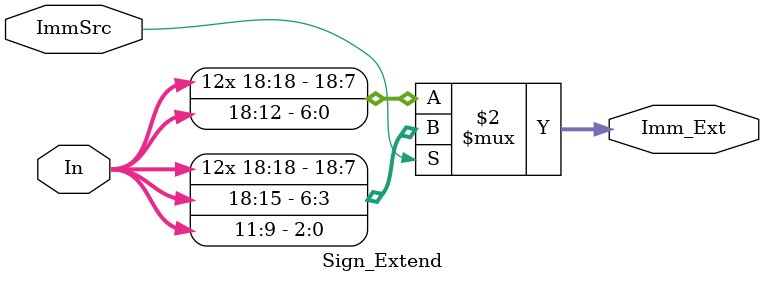
<source format=v>
`timescale 1ns / 1ps


module Sign_Extend (In,Imm_Ext,ImmSrc);

    input [18:0]In;
    input ImmSrc;
    output [18:0]Imm_Ext;

    assign Imm_Ext = (ImmSrc == 1'b1) ? ({{12{In[18]}},In[18:15], In[11:9] }):
                                        {{12{In[18]}},In[18:12]};
                                
endmodule

</source>
